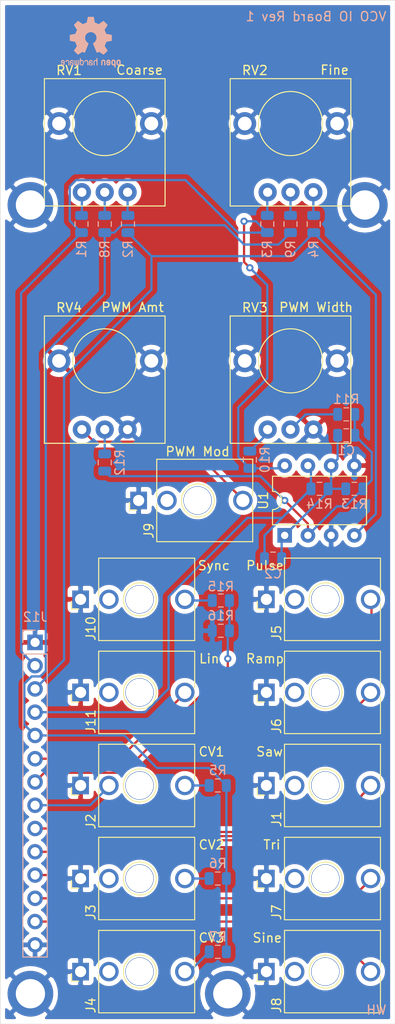
<source format=kicad_pcb>
(kicad_pcb (version 20171130) (host pcbnew "(5.1.4-0-10_14)")
  (layers (0 F.Cu signal) (31 B.Cu signal) (34 B.Paste user) (35 F.Paste user) (36 B.SilkS user) (37 F.SilkS user) (38 B.Mask user) (39 F.Mask user) (44 Edge.Cuts user))
  (net 0 "")
  (net 1 GNDREF)
  (net 2 "Net-(J2-PadT)")
  (net 3 "Net-(J3-PadT)")
  (net 4 "Net-(J4-PadT)")
  (net 5 "Net-(J9-PadT)")
  (net 6 +12V)
  (net 7 -12V)
  (net 8 "Net-(R1-Pad2)")
  (net 9 "Net-(R2-Pad1)")
  (net 10 "Net-(R3-Pad2)")
  (net 11 "Net-(R4-Pad1)")
  (net 12 "Net-(R8-Pad2)")
  (net 13 "Net-(R9-Pad2)")
  (net 14 "Net-(R10-Pad2)")
  (net 15 "Net-(R11-Pad2)")
  (net 16 "Net-(R12-Pad2)")
  (net 17 /Saw)
  (net 18 /REAR_CV)
  (net 19 /Pulse)
  (net 20 /Ramp)
  (net 21 /Tri)
  (net 22 /Sine)
  (net 23 /SYNC)
  (net 24 /LIN)
  (net 25 /PWM)
  (net 26 /CV)
  (net 27 "Net-(C1-Pad1)")
  (net 28 "Net-(C1-Pad2)")
  (net 29 "Net-(J10-PadT)")
  (module Symbol:OSHW-Logo2_7.3x6mm_SilkScreen (layer B.Cu) (at 77.216 52.832 180)
    (fp_text reference REF** hide)
    (fp_text value OSHW-Logo2_7.3x6mm_SilkScreen hide)
  )
  (module Resistor_SMD:R_0805_2012Metric (layer B.Cu) (at 76.2 72.6925 90)
    (fp_text reference R1 (at -2.7455 0 270) (layer B.SilkS) (effects (justify mirror)))
    (fp_text value 200K)
    (pad 2 smd roundrect (at 0.9375 0 90) (size 0.975 1.4) (layers B.Cu B.Paste B.Mask) (net 8 "Net-(R1-Pad2)"))
    (pad 1 smd roundrect (at -0.9375 0 90) (size 0.975 1.4) (layers B.Cu B.Paste B.Mask) (net 6 +12V))
  )
  (module Resistor_SMD:R_0805_2012Metric (layer B.Cu) (at 81.28 72.6925 270)
    (fp_text reference R2 (at 2.7455 0 270) (layer B.SilkS) (effects (justify mirror)))
    (fp_text value 200K)
    (pad 2 smd roundrect (at 0.9375 0 270) (size 0.975 1.4) (layers B.Cu B.Paste B.Mask) (net 7 -12V))
    (pad 1 smd roundrect (at -0.9375 0 270) (size 0.975 1.4) (layers B.Cu B.Paste B.Mask) (net 9 "Net-(R2-Pad1)"))
  )
  (module Resistor_SMD:R_0805_2012Metric (layer B.Cu) (at 96.52 72.6925 90)
    (fp_text reference R3 (at -2.7455 0 270) (layer B.SilkS) (effects (justify mirror)))
    (fp_text value 200K)
    (pad 2 smd roundrect (at 0.9375 0 90) (size 0.975 1.4) (layers B.Cu B.Paste B.Mask) (net 10 "Net-(R3-Pad2)"))
    (pad 1 smd roundrect (at -0.9375 0 90) (size 0.975 1.4) (layers B.Cu B.Paste B.Mask) (net 6 +12V))
  )
  (module Resistor_SMD:R_0805_2012Metric (layer B.Cu) (at 101.6 72.6925 270)
    (fp_text reference R4 (at 2.7455 0 90) (layer B.SilkS) (effects (justify mirror)))
    (fp_text value 200K)
    (pad 2 smd roundrect (at 0.9375 0 270) (size 0.975 1.4) (layers B.Cu B.Paste B.Mask) (net 7 -12V))
    (pad 1 smd roundrect (at -0.9375 0 270) (size 0.975 1.4) (layers B.Cu B.Paste B.Mask) (net 11 "Net-(R4-Pad1)"))
  )
  (module Resistor_SMD:R_0805_2012Metric (layer B.Cu) (at 91.1075 133.985 180)
    (fp_text reference R5 (at 0 1.65) (layer B.SilkS) (effects (justify mirror)))
    (fp_text value 100K)
    (pad 2 smd roundrect (at 0.9375 0 180) (size 0.975 1.4) (layers B.Cu B.Paste B.Mask) (net 2 "Net-(J2-PadT)"))
    (pad 1 smd roundrect (at -0.9375 0 180) (size 0.975 1.4) (layers B.Cu B.Paste B.Mask) (net 26 /CV))
  )
  (module Resistor_SMD:R_0805_2012Metric (layer B.Cu) (at 91.1075 144.145 180)
    (fp_text reference R6 (at 0 1.65) (layer B.SilkS) (effects (justify mirror)))
    (fp_text value 100K)
    (pad 2 smd roundrect (at 0.9375 0 180) (size 0.975 1.4) (layers B.Cu B.Paste B.Mask) (net 3 "Net-(J3-PadT)"))
    (pad 1 smd roundrect (at -0.9375 0 180) (size 0.975 1.4) (layers B.Cu B.Paste B.Mask) (net 26 /CV))
  )
  (module Resistor_SMD:R_0805_2012Metric (layer B.Cu) (at 91.1075 152.146 180)
    (fp_text reference R7 (at 0 1.65) (layer B.SilkS) (effects (justify mirror)))
    (fp_text value 100K)
    (pad 2 smd roundrect (at 0.9375 0 180) (size 0.975 1.4) (layers B.Cu B.Paste B.Mask) (net 4 "Net-(J4-PadT)"))
    (pad 1 smd roundrect (at -0.9375 0 180) (size 0.975 1.4) (layers B.Cu B.Paste B.Mask) (net 26 /CV))
  )
  (module Resistor_SMD:R_0805_2012Metric (layer B.Cu) (at 78.74 72.6925 90)
    (fp_text reference R8 (at -2.7455 0 270) (layer B.SilkS) (effects (justify mirror)))
    (fp_text value 100K)
    (pad 2 smd roundrect (at 0.9375 0 90) (size 0.975 1.4) (layers B.Cu B.Paste B.Mask) (net 12 "Net-(R8-Pad2)"))
    (pad 1 smd roundrect (at -0.9375 0 90) (size 0.975 1.4) (layers B.Cu B.Paste B.Mask) (net 26 /CV))
  )
  (module Resistor_SMD:R_0805_2012Metric (layer B.Cu) (at 99.06 72.6925 90)
    (fp_text reference R9 (at -2.7455 0 270) (layer B.SilkS) (effects (justify mirror)))
    (fp_text value 1M)
    (pad 2 smd roundrect (at 0.9375 0 90) (size 0.975 1.4) (layers B.Cu B.Paste B.Mask) (net 13 "Net-(R9-Pad2)"))
    (pad 1 smd roundrect (at -0.9375 0 90) (size 0.975 1.4) (layers B.Cu B.Paste B.Mask) (net 26 /CV))
  )
  (module Resistor_SMD:R_0805_2012Metric (layer B.Cu) (at 94.615 98.425 90)
    (fp_text reference R10 (at 0 1.65 90) (layer B.SilkS) (effects (justify mirror)))
    (fp_text value 200K)
    (pad 2 smd roundrect (at 0.9375 0 90) (size 0.975 1.4) (layers B.Cu B.Paste B.Mask) (net 14 "Net-(R10-Pad2)"))
    (pad 1 smd roundrect (at -0.9375 0 90) (size 0.975 1.4) (layers B.Cu B.Paste B.Mask) (net 6 +12V))
  )
  (module Resistor_SMD:R_0805_2012Metric (layer B.Cu) (at 105.156 93.472 180)
    (fp_text reference R11 (at 0 1.65) (layer B.SilkS) (effects (justify mirror)))
    (fp_text value 100K)
    (pad 2 smd roundrect (at 0.9375 0 180) (size 0.975 1.4) (layers B.Cu B.Paste B.Mask) (net 15 "Net-(R11-Pad2)"))
    (pad 1 smd roundrect (at -0.9375 0 180) (size 0.975 1.4) (layers B.Cu B.Paste B.Mask) (net 28 "Net-(C1-Pad2)"))
  )
  (module Resistor_SMD:R_0805_2012Metric (layer B.Cu) (at 78.74 98.7275 90)
    (fp_text reference R12 (at 0 1.65 90) (layer B.SilkS) (effects (justify mirror)))
    (fp_text value 100K)
    (pad 2 smd roundrect (at 0.9375 0 90) (size 0.975 1.4) (layers B.Cu B.Paste B.Mask) (net 16 "Net-(R12-Pad2)"))
    (pad 1 smd roundrect (at -0.9375 0 90) (size 0.975 1.4) (layers B.Cu B.Paste B.Mask) (net 28 "Net-(C1-Pad2)"))
  )
  (module Resistor_SMD:R_0805_2012Metric (layer B.Cu) (at 106.045 101.6)
    (fp_text reference R13 (at 0 1.65) (layer B.SilkS) (effects (justify mirror)))
    (fp_text value 100K)
    (pad 2 smd roundrect (at 0.9375 0) (size 0.975 1.4) (layers B.Cu B.Paste B.Mask) (net 28 "Net-(C1-Pad2)"))
    (pad 1 smd roundrect (at -0.9375 0) (size 0.975 1.4) (layers B.Cu B.Paste B.Mask) (net 27 "Net-(C1-Pad1)"))
  )
  (module Resistor_SMD:R_0805_2012Metric (layer B.Cu) (at 102.235 101.6)
    (fp_text reference R14 (at 0 1.65) (layer B.SilkS) (effects (justify mirror)))
    (fp_text value 100K)
    (pad 2 smd roundrect (at 0.9375 0) (size 0.975 1.4) (layers B.Cu B.Paste B.Mask) (net 27 "Net-(C1-Pad1)"))
    (pad 1 smd roundrect (at -0.9375 0) (size 0.975 1.4) (layers B.Cu B.Paste B.Mask) (net 25 /PWM))
  )
  (module Package_DIP:DIP-8_W7.62mm (layer F.Cu) (at 98.425 106.68 90)
    (fp_text reference U1 (at 3.81 -2.33 90) (layer F.SilkS))
    (fp_text value TL072)
    (pad 8 thru_hole oval (at 7.62 0 90) (size 1.6 1.6) (drill 0.8) (layers *.Cu *.Mask) (net 6 +12V))
    (pad 4 thru_hole oval (at 0 7.62 90) (size 1.6 1.6) (drill 0.8) (layers *.Cu *.Mask) (net 7 -12V))
    (pad 7 thru_hole oval (at 7.62 2.54 90) (size 1.6 1.6) (drill 0.8) (layers *.Cu *.Mask) (net 25 /PWM))
    (pad 3 thru_hole oval (at 0 5.08 90) (size 1.6 1.6) (drill 0.8) (layers *.Cu *.Mask) (net 1 GNDREF))
    (pad 6 thru_hole oval (at 7.62 5.08 90) (size 1.6 1.6) (drill 0.8) (layers *.Cu *.Mask) (net 27 "Net-(C1-Pad1)"))
    (pad 2 thru_hole oval (at 0 2.54 90) (size 1.6 1.6) (drill 0.8) (layers *.Cu *.Mask) (net 28 "Net-(C1-Pad2)"))
    (pad 5 thru_hole oval (at 7.62 7.62 90) (size 1.6 1.6) (drill 0.8) (layers *.Cu *.Mask) (net 1 GNDREF))
    (pad 1 thru_hole rect (at 0 0 90) (size 1.6 1.6) (drill 0.8) (layers *.Cu *.Mask) (net 27 "Net-(C1-Pad1)"))
  )
  (module Eurorack:Jack_3.5mm_QingPu_WQP-PJ398SM_Vertical_CircularHoles (layer F.Cu) (at 82.55 133.985 90)
    (fp_text reference J2 (at -3.937 -5.334 270) (layer F.SilkS))
    (fp_text value CV1)
    (pad "" thru_hole circle (at 0 0 90) (size 3.1 3.1) (drill 3) (layers *.Cu *.Mask))
    (pad T thru_hole circle (at 0 4.95 270) (size 2.13 2.13) (drill 1.43) (layers *.Cu *.Mask) (net 2 "Net-(J2-PadT)"))
    (pad S thru_hole rect (at 0 -6.45 270) (size 1.93 1.83) (drill 1.22) (layers *.Cu *.Mask) (net 1 GNDREF))
    (pad TN thru_hole circle (at 0 -3.35 270) (size 2.13 2.13) (drill 1.42) (layers *.Cu *.Mask) (net 18 /REAR_CV))
  )
  (module Eurorack:Jack_3.5mm_QingPu_WQP-PJ398SM_Vertical_CircularHoles (layer F.Cu) (at 82.55 144.145 90)
    (fp_text reference J3 (at -3.683 -5.334 270) (layer F.SilkS))
    (fp_text value CV2)
    (pad "" thru_hole circle (at 0 0 90) (size 3.1 3.1) (drill 3) (layers *.Cu *.Mask))
    (pad T thru_hole circle (at 0 4.95 270) (size 2.13 2.13) (drill 1.43) (layers *.Cu *.Mask) (net 3 "Net-(J3-PadT)"))
    (pad S thru_hole rect (at 0 -6.45 270) (size 1.93 1.83) (drill 1.22) (layers *.Cu *.Mask) (net 1 GNDREF))
    (pad TN thru_hole circle (at 0 -3.35 270) (size 2.13 2.13) (drill 1.42) (layers *.Cu *.Mask))
  )
  (module Eurorack:Jack_3.5mm_QingPu_WQP-PJ398SM_Vertical_CircularHoles (layer F.Cu) (at 82.55 154.305 90)
    (fp_text reference J4 (at -3.683 -5.334 270) (layer F.SilkS))
    (fp_text value CV3)
    (pad "" thru_hole circle (at 0 0 90) (size 3.1 3.1) (drill 3) (layers *.Cu *.Mask))
    (pad T thru_hole circle (at 0 4.95 270) (size 2.13 2.13) (drill 1.43) (layers *.Cu *.Mask) (net 4 "Net-(J4-PadT)"))
    (pad S thru_hole rect (at 0 -6.45 270) (size 1.93 1.83) (drill 1.22) (layers *.Cu *.Mask) (net 1 GNDREF))
    (pad TN thru_hole circle (at 0 -3.35 270) (size 2.13 2.13) (drill 1.42) (layers *.Cu *.Mask))
  )
  (module Eurorack:Jack_3.5mm_QingPu_WQP-PJ398SM_Vertical_CircularHoles (layer F.Cu) (at 102.87 113.665 90)
    (fp_text reference J5 (at -3.683 -5.334 270) (layer F.SilkS))
    (fp_text value Pulse)
    (pad "" thru_hole circle (at 0 0 90) (size 3.1 3.1) (drill 3) (layers *.Cu *.Mask))
    (pad T thru_hole circle (at 0 4.95 270) (size 2.13 2.13) (drill 1.43) (layers *.Cu *.Mask) (net 19 /Pulse))
    (pad S thru_hole rect (at 0 -6.45 270) (size 1.93 1.83) (drill 1.22) (layers *.Cu *.Mask) (net 1 GNDREF))
    (pad TN thru_hole circle (at 0 -3.35 270) (size 2.13 2.13) (drill 1.42) (layers *.Cu *.Mask))
  )
  (module Eurorack:Jack_3.5mm_QingPu_WQP-PJ398SM_Vertical_CircularHoles (layer F.Cu) (at 102.87 123.825 90)
    (fp_text reference J6 (at -3.683 -5.334 270) (layer F.SilkS))
    (fp_text value Ramp)
    (pad "" thru_hole circle (at 0 0 90) (size 3.1 3.1) (drill 3) (layers *.Cu *.Mask))
    (pad T thru_hole circle (at 0 4.95 270) (size 2.13 2.13) (drill 1.43) (layers *.Cu *.Mask) (net 20 /Ramp))
    (pad S thru_hole rect (at 0 -6.45 270) (size 1.93 1.83) (drill 1.22) (layers *.Cu *.Mask) (net 1 GNDREF))
    (pad TN thru_hole circle (at 0 -3.35 270) (size 2.13 2.13) (drill 1.42) (layers *.Cu *.Mask))
  )
  (module Eurorack:Jack_3.5mm_QingPu_WQP-PJ398SM_Vertical_CircularHoles (layer F.Cu) (at 102.87 144.145 90)
    (fp_text reference J7 (at -3.683 -5.334 270) (layer F.SilkS))
    (fp_text value Tri)
    (pad "" thru_hole circle (at 0 0 90) (size 3.1 3.1) (drill 3) (layers *.Cu *.Mask))
    (pad T thru_hole circle (at 0 4.95 270) (size 2.13 2.13) (drill 1.43) (layers *.Cu *.Mask) (net 21 /Tri))
    (pad S thru_hole rect (at 0 -6.45 270) (size 1.93 1.83) (drill 1.22) (layers *.Cu *.Mask) (net 1 GNDREF))
    (pad TN thru_hole circle (at 0 -3.35 270) (size 2.13 2.13) (drill 1.42) (layers *.Cu *.Mask))
  )
  (module Eurorack:Jack_3.5mm_QingPu_WQP-PJ398SM_Vertical_CircularHoles (layer F.Cu) (at 102.87 154.305 90)
    (fp_text reference J8 (at -3.683 -5.334 270) (layer F.SilkS))
    (fp_text value Sine)
    (pad "" thru_hole circle (at 0 0 90) (size 3.1 3.1) (drill 3) (layers *.Cu *.Mask))
    (pad T thru_hole circle (at 0 4.95 270) (size 2.13 2.13) (drill 1.43) (layers *.Cu *.Mask) (net 22 /Sine))
    (pad S thru_hole rect (at 0 -6.45 270) (size 1.93 1.83) (drill 1.22) (layers *.Cu *.Mask) (net 1 GNDREF))
    (pad TN thru_hole circle (at 0 -3.35 270) (size 2.13 2.13) (drill 1.42) (layers *.Cu *.Mask))
  )
  (module Eurorack:Jack_3.5mm_QingPu_WQP-PJ398SM_Vertical_CircularHoles (layer F.Cu) (at 88.9 102.87 90)
    (fp_text reference J9 (at -3.302 -5.334 270) (layer F.SilkS))
    (fp_text value PWM)
    (pad "" thru_hole circle (at 0 0 90) (size 3.1 3.1) (drill 3) (layers *.Cu *.Mask))
    (pad T thru_hole circle (at 0 4.95 270) (size 2.13 2.13) (drill 1.43) (layers *.Cu *.Mask) (net 5 "Net-(J9-PadT)"))
    (pad S thru_hole rect (at 0 -6.45 270) (size 1.93 1.83) (drill 1.22) (layers *.Cu *.Mask) (net 1 GNDREF))
    (pad TN thru_hole circle (at 0 -3.35 270) (size 2.13 2.13) (drill 1.42) (layers *.Cu *.Mask))
  )
  (module Eurorack:Jack_3.5mm_QingPu_WQP-PJ398SM_Vertical_CircularHoles (layer F.Cu) (at 82.55 113.665 90)
    (fp_text reference J10 (at -3.175 -5.334 270) (layer F.SilkS))
    (fp_text value Sync)
    (pad "" thru_hole circle (at 0 0 90) (size 3.1 3.1) (drill 3) (layers *.Cu *.Mask))
    (pad T thru_hole circle (at 0 4.95 270) (size 2.13 2.13) (drill 1.43) (layers *.Cu *.Mask) (net 29 "Net-(J10-PadT)"))
    (pad S thru_hole rect (at 0 -6.45 270) (size 1.93 1.83) (drill 1.22) (layers *.Cu *.Mask) (net 1 GNDREF))
    (pad TN thru_hole circle (at 0 -3.35 270) (size 2.13 2.13) (drill 1.42) (layers *.Cu *.Mask))
  )
  (module Eurorack:Jack_3.5mm_QingPu_WQP-PJ398SM_Vertical_CircularHoles (layer F.Cu) (at 82.55 123.825 90)
    (fp_text reference J11 (at -3.175 -5.334 270) (layer F.SilkS))
    (fp_text value LIN)
    (pad "" thru_hole circle (at 0 0 90) (size 3.1 3.1) (drill 3) (layers *.Cu *.Mask))
    (pad T thru_hole circle (at 0 4.95 270) (size 2.13 2.13) (drill 1.43) (layers *.Cu *.Mask) (net 24 /LIN))
    (pad S thru_hole rect (at 0 -6.45 270) (size 1.93 1.83) (drill 1.22) (layers *.Cu *.Mask) (net 1 GNDREF))
    (pad TN thru_hole circle (at 0 -3.35 270) (size 2.13 2.13) (drill 1.42) (layers *.Cu *.Mask))
  )
  (module Eurorack:TT_P0915N (layer F.Cu) (at 78.74 61.722)
    (fp_text reference RV1 (at -3.9 -5.8) (layer F.SilkS))
    (fp_text value 100K)
    (pad 3 thru_hole circle (at 2.5 7.5) (size 2 2) (drill 1) (layers *.Cu *.Mask) (net 9 "Net-(R2-Pad1)"))
    (pad 1 thru_hole circle (at -2.5 7.5) (size 2 2) (drill 1) (layers *.Cu *.Mask) (net 8 "Net-(R1-Pad2)"))
    (pad 2 thru_hole circle (at 0 7.5) (size 2 2) (drill 1) (layers *.Cu *.Mask) (net 12 "Net-(R8-Pad2)"))
    (pad "" thru_hole circle (at -5 0) (size 2.5 2.5) (drill 1.5) (layers *.Cu *.Mask) (net 1 GNDREF))
    (pad "" thru_hole circle (at 5.1 0) (size 2.5 2.5) (drill 1.5) (layers *.Cu *.Mask) (net 1 GNDREF))
  )
  (module Eurorack:TT_P0915N (layer F.Cu) (at 99.06 61.722)
    (fp_text reference RV2 (at -3.9 -5.8) (layer F.SilkS))
    (fp_text value 100K)
    (pad 3 thru_hole circle (at 2.5 7.5) (size 2 2) (drill 1) (layers *.Cu *.Mask) (net 11 "Net-(R4-Pad1)"))
    (pad 1 thru_hole circle (at -2.5 7.5) (size 2 2) (drill 1) (layers *.Cu *.Mask) (net 10 "Net-(R3-Pad2)"))
    (pad 2 thru_hole circle (at 0 7.5) (size 2 2) (drill 1) (layers *.Cu *.Mask) (net 13 "Net-(R9-Pad2)"))
    (pad "" thru_hole circle (at -5 0) (size 2.5 2.5) (drill 1.5) (layers *.Cu *.Mask) (net 1 GNDREF))
    (pad "" thru_hole circle (at 5.1 0) (size 2.5 2.5) (drill 1.5) (layers *.Cu *.Mask) (net 1 GNDREF))
  )
  (module Eurorack:TT_P0915N (layer F.Cu) (at 99.06 87.63)
    (fp_text reference RV3 (at -3.9 -5.8) (layer F.SilkS))
    (fp_text value 100K)
    (pad 3 thru_hole circle (at 2.5 7.5) (size 2 2) (drill 1) (layers *.Cu *.Mask) (net 1 GNDREF))
    (pad 1 thru_hole circle (at -2.5 7.5) (size 2 2) (drill 1) (layers *.Cu *.Mask) (net 14 "Net-(R10-Pad2)"))
    (pad 2 thru_hole circle (at 0 7.5) (size 2 2) (drill 1) (layers *.Cu *.Mask) (net 15 "Net-(R11-Pad2)"))
    (pad "" thru_hole circle (at -5 0) (size 2.5 2.5) (drill 1.5) (layers *.Cu *.Mask) (net 1 GNDREF))
    (pad "" thru_hole circle (at 5.1 0) (size 2.5 2.5) (drill 1.5) (layers *.Cu *.Mask) (net 1 GNDREF))
  )
  (module Eurorack:TT_P0915N (layer F.Cu) (at 78.74 87.63)
    (fp_text reference RV4 (at -3.9 -5.8) (layer F.SilkS))
    (fp_text value 100K)
    (pad 3 thru_hole circle (at 2.5 7.5) (size 2 2) (drill 1) (layers *.Cu *.Mask) (net 1 GNDREF))
    (pad 1 thru_hole circle (at -2.5 7.5) (size 2 2) (drill 1) (layers *.Cu *.Mask) (net 5 "Net-(J9-PadT)"))
    (pad 2 thru_hole circle (at 0 7.5) (size 2 2) (drill 1) (layers *.Cu *.Mask) (net 16 "Net-(R12-Pad2)"))
    (pad "" thru_hole circle (at -5 0) (size 2.5 2.5) (drill 1.5) (layers *.Cu *.Mask) (net 1 GNDREF))
    (pad "" thru_hole circle (at 5.1 0) (size 2.5 2.5) (drill 1.5) (layers *.Cu *.Mask) (net 1 GNDREF))
  )
  (module Eurorack:Jack_3.5mm_QingPu_WQP-PJ398SM_Vertical_CircularHoles (layer F.Cu) (at 102.87 133.985 90)
    (fp_text reference J1 (at -3.683 -5.334 270) (layer F.SilkS))
    (fp_text value Saw)
    (pad "" thru_hole circle (at 0 0 90) (size 3.1 3.1) (drill 3) (layers *.Cu *.Mask))
    (pad T thru_hole circle (at 0 4.95 270) (size 2.13 2.13) (drill 1.43) (layers *.Cu *.Mask) (net 17 /Saw))
    (pad S thru_hole rect (at 0 -6.45 270) (size 1.93 1.83) (drill 1.22) (layers *.Cu *.Mask) (net 1 GNDREF))
    (pad TN thru_hole circle (at 0 -3.35 270) (size 2.13 2.13) (drill 1.42) (layers *.Cu *.Mask))
  )
  (module Connector_PinSocket_2.54mm:PinSocket_1x14_P2.54mm_Vertical (layer B.Cu) (at 71.12 118.364 180)
    (fp_text reference J12 (at 0 2.77) (layer B.SilkS) (effects (justify mirror)))
    (fp_text value IO)
    (pad 14 thru_hole oval (at 0 -33.02 180) (size 1.7 1.7) (drill 1) (layers *.Cu *.Mask) (net 1 GNDREF))
    (pad 13 thru_hole oval (at 0 -30.48 180) (size 1.7 1.7) (drill 1) (layers *.Cu *.Mask) (net 22 /Sine))
    (pad 12 thru_hole oval (at 0 -27.94 180) (size 1.7 1.7) (drill 1) (layers *.Cu *.Mask) (net 21 /Tri))
    (pad 11 thru_hole oval (at 0 -25.4 180) (size 1.7 1.7) (drill 1) (layers *.Cu *.Mask) (net 17 /Saw))
    (pad 10 thru_hole oval (at 0 -22.86 180) (size 1.7 1.7) (drill 1) (layers *.Cu *.Mask) (net 20 /Ramp))
    (pad 9 thru_hole oval (at 0 -20.32 180) (size 1.7 1.7) (drill 1) (layers *.Cu *.Mask) (net 19 /Pulse))
    (pad 8 thru_hole oval (at 0 -17.78 180) (size 1.7 1.7) (drill 1) (layers *.Cu *.Mask) (net 18 /REAR_CV))
    (pad 7 thru_hole oval (at 0 -15.24 180) (size 1.7 1.7) (drill 1) (layers *.Cu *.Mask) (net 23 /SYNC))
    (pad 6 thru_hole oval (at 0 -12.7 180) (size 1.7 1.7) (drill 1) (layers *.Cu *.Mask) (net 24 /LIN))
    (pad 5 thru_hole oval (at 0 -10.16 180) (size 1.7 1.7) (drill 1) (layers *.Cu *.Mask) (net 26 /CV))
    (pad 4 thru_hole oval (at 0 -7.62 180) (size 1.7 1.7) (drill 1) (layers *.Cu *.Mask) (net 25 /PWM))
    (pad 3 thru_hole oval (at 0 -5.08 180) (size 1.7 1.7) (drill 1) (layers *.Cu *.Mask) (net 7 -12V))
    (pad 2 thru_hole oval (at 0 -2.54 180) (size 1.7 1.7) (drill 1) (layers *.Cu *.Mask) (net 6 +12V))
    (pad 1 thru_hole rect (at 0 0 180) (size 1.7 1.7) (drill 1) (layers *.Cu *.Mask) (net 1 GNDREF))
  )
  (module Eurorack:eurorack_mounting_hole (layer F.Cu) (at 70.612 70.612)
    (fp_text reference H1 hide)
    (fp_text value Top_MH1 hide)
    (pad 1 thru_hole circle (at 0 0) (size 5 5) (drill 3.2) (layers *.Cu *.Mask) (net 1 GNDREF))
  )
  (module Eurorack:eurorack_mounting_hole (layer F.Cu) (at 70.612 156.718)
    (fp_text reference H2 hide)
    (fp_text value Bottom_MH1 hide)
    (pad 1 thru_hole circle (at 0 0) (size 5 5) (drill 3.2) (layers *.Cu *.Mask) (net 1 GNDREF))
  )
  (module Eurorack:eurorack_mounting_hole (layer F.Cu) (at 107.188 70.612)
    (fp_text reference H3 hide)
    (fp_text value Top_MH2 hide)
    (pad 1 thru_hole circle (at 0 0) (size 5 5) (drill 3.2) (layers *.Cu *.Mask) (net 1 GNDREF))
  )
  (module Eurorack:eurorack_mounting_hole (layer F.Cu) (at 92.202 156.718)
    (fp_text reference H4 hide)
    (fp_text value Bottom_MH2 hide)
    (pad 1 thru_hole circle (at 0 0) (size 5 5) (drill 3.2) (layers *.Cu *.Mask) (net 1 GNDREF))
  )
  (module Capacitor_SMD:C_0805_2012Metric (layer B.Cu) (at 105.156 95.758)
    (fp_text reference C1 (at 0 1.65) (layer B.SilkS) (effects (justify mirror)))
    (fp_text value C)
    (pad 1 smd roundrect (at -0.9375 0) (size 0.975 1.4) (layers B.Cu B.Paste B.Mask) (net 27 "Net-(C1-Pad1)"))
    (pad 2 smd roundrect (at 0.9375 0) (size 0.975 1.4) (layers B.Cu B.Paste B.Mask) (net 28 "Net-(C1-Pad2)"))
  )
  (module Capacitor_SMD:C_0805_2012Metric (layer B.Cu) (at 97.155 109.22)
    (fp_text reference C2 (at 0 1.65) (layer B.SilkS) (effects (justify mirror)))
    (fp_text value C)
    (pad 2 smd roundrect (at 0.9375 0) (size 0.975 1.4) (layers B.Cu B.Paste B.Mask) (net 27 "Net-(C1-Pad1)"))
    (pad 1 smd roundrect (at -0.9375 0) (size 0.975 1.4) (layers B.Cu B.Paste B.Mask) (net 25 /PWM))
  )
  (module Resistor_SMD:R_0805_2012Metric (layer B.Cu) (at 91.44 113.792)
    (fp_text reference R15 (at 0 -1.524) (layer B.SilkS) (effects (justify mirror)))
    (fp_text value 30K)
    (pad 1 smd roundrect (at -0.9375 0) (size 0.975 1.4) (layers B.Cu B.Paste B.Mask) (net 29 "Net-(J10-PadT)"))
    (pad 2 smd roundrect (at 0.9375 0) (size 0.975 1.4) (layers B.Cu B.Paste B.Mask) (net 23 /SYNC))
  )
  (module Resistor_SMD:R_0805_2012Metric (layer B.Cu) (at 91.44 117.094 180)
    (fp_text reference R16 (at 0 1.65) (layer B.SilkS) (effects (justify mirror)))
    (fp_text value 10K)
    (pad 2 smd roundrect (at 0.9375 0 180) (size 0.975 1.4) (layers B.Cu B.Paste B.Mask) (net 1 GNDREF))
    (pad 1 smd roundrect (at -0.9375 0 180) (size 0.975 1.4) (layers B.Cu B.Paste B.Mask) (net 23 /SYNC))
  )
  (gr_text Sine (at 96.52 150.622) (layer F.SilkS) (effects (font (size 1 1))))
  (gr_text Tri (at 97.028 140.462) (layer F.SilkS) (effects (font (size 1 1))))
  (gr_text Saw (at 96.774 130.302) (layer F.SilkS) (effects (font (size 1 1))))
  (gr_text Ramp (at 96.266 120.142) (layer F.SilkS) (effects (font (size 1 1))))
  (gr_text Pulse (at 96.266 109.982) (layer F.SilkS) (effects (font (size 1 1))))
  (gr_text CV3 (at 90.424 150.622) (layer F.SilkS) (effects (font (size 1 1))))
  (gr_text CV2 (at 90.424 140.462) (layer F.SilkS) (effects (font (size 1 1))))
  (gr_text CV1 (at 90.424 130.302) (layer F.SilkS) (effects (font (size 1 1))))
  (gr_text Lin (at 90.17 120.142) (layer F.SilkS) (effects (font (size 1 1))))
  (gr_text Sync (at 90.678 109.982) (layer F.SilkS) (effects (font (size 1 1))))
  (gr_text "PWM Mod" (at 88.9 97.536) (layer F.SilkS) (effects (font (size 1 1))))
  (gr_text "PWM Width" (at 101.854 81.788) (layer F.SilkS) (effects (font (size 1 1))))
  (gr_text "PWM Amt" (at 81.788 81.788) (layer F.SilkS) (effects (font (size 1 1))))
  (gr_text Fine (at 103.886 55.88) (layer F.SilkS) (effects (font (size 1 1))))
  (gr_text Coarse (at 82.55 55.88) (layer F.SilkS) (effects (font (size 1 1))))
  (gr_text WH (at 108.458 158.496) (layer B.SilkS) (effects (font (size 1 1)) (justify mirror)))
  (gr_text "VCO IO Board Rev 1" (at 101.854 50.038) (layer B.SilkS) (effects (font (size 1 1)) (justify mirror)))
  (gr_line (start 67.31 160.02) (end 67.31 48.26) (layer Edge.Cuts) (width 0.05))
  (gr_line (start 110.49 160.02) (end 67.31 160.02) (layer Edge.Cuts) (width 0.05))
  (gr_line (start 110.49 48.26) (end 110.49 160.02) (layer Edge.Cuts) (width 0.05))
  (gr_line (start 67.31 48.26) (end 110.49 48.26) (layer Edge.Cuts) (width 0.05))
  (segment (start 87.6 133.985) (end 90.17 133.985) (width 0.25) (layer B.Cu) (net 2))
  (segment (start 87.6 144.145) (end 90.17 144.145) (width 0.25) (layer B.Cu) (net 3))
  (segment (start 88.011 154.305) (end 87.6 154.305) (width 0.25) (layer B.Cu) (net 4))
  (segment (start 90.17 152.146) (end 88.011 154.305) (width 0.25) (layer B.Cu) (net 4))
  (segment (start 92.885001 101.805001) (end 93.95 102.87) (width 0.25) (layer F.Cu) (net 5))
  (segment (start 87.535001 96.455001) (end 92.885001 101.805001) (width 0.25) (layer F.Cu) (net 5))
  (segment (start 77.565001 96.455001) (end 87.535001 96.455001) (width 0.25) (layer F.Cu) (net 5))
  (segment (start 76.24 95.13) (end 77.565001 96.455001) (width 0.25) (layer F.Cu) (net 5))
  (segment (start 98.1225 99.3625) (end 98.425 99.06) (width 0.25) (layer B.Cu) (net 6))
  (segment (start 94.615 99.3625) (end 98.1225 99.3625) (width 0.25) (layer B.Cu) (net 6))
  (segment (start 93.345 98.0925) (end 93.345 92.71) (width 0.25) (layer B.Cu) (net 6))
  (segment (start 94.615 99.3625) (end 93.345 98.0925) (width 0.25) (layer B.Cu) (net 6))
  (segment (start 93.345 92.71) (end 96.52 89.535) (width 0.25) (layer B.Cu) (net 6))
  (segment (start 96.52 89.535) (end 96.52 87.758998) (width 0.25) (layer B.Cu) (net 6))
  (segment (start 93.345 73.66) (end 93.375 73.63) (width 0.25) (layer B.Cu) (net 6))
  (segment (start 76.2 73.63) (end 74.914999 72.344999) (width 0.25) (layer B.Cu) (net 6))
  (segment (start 87.581999 67.896999) (end 93.345 73.66) (width 0.25) (layer B.Cu) (net 6))
  (segment (start 74.914999 68.585999) (end 75.603999 67.896999) (width 0.25) (layer B.Cu) (net 6))
  (segment (start 93.375 73.63) (end 96.52 73.63) (width 0.25) (layer B.Cu) (net 6))
  (segment (start 74.914999 72.344999) (end 74.914999 68.585999) (width 0.25) (layer B.Cu) (net 6))
  (segment (start 75.603999 67.896999) (end 87.581999 67.896999) (width 0.25) (layer B.Cu) (net 6))
  (via (at 94.615 77.47) (size 0.8) (drill 0.4) (layers F.Cu B.Cu) (net 6))
  (segment (start 96.52 79.375) (end 94.615 77.47) (width 0.25) (layer B.Cu) (net 6))
  (segment (start 96.52 87.758998) (end 96.52 79.375) (width 0.25) (layer B.Cu) (net 6))
  (via (at 93.98 72.39) (size 0.8) (drill 0.4) (layers F.Cu B.Cu) (net 6))
  (segment (start 93.98 76.835) (end 93.98 72.39) (width 0.25) (layer F.Cu) (net 6))
  (segment (start 94.615 77.47) (end 93.98 76.835) (width 0.25) (layer F.Cu) (net 6))
  (segment (start 95.28 72.39) (end 96.52 73.63) (width 0.25) (layer B.Cu) (net 6))
  (segment (start 93.98 72.39) (end 95.28 72.39) (width 0.25) (layer B.Cu) (net 6))
  (segment (start 76.2 73.63) (end 69.85 79.98) (width 0.25) (layer B.Cu) (net 6))
  (segment (start 69.596 119.38) (end 69.596 80.234) (width 0.25) (layer B.Cu) (net 6))
  (segment (start 69.596 80.234) (end 69.85 79.98) (width 0.25) (layer B.Cu) (net 6))
  (segment (start 71.12 120.904) (end 69.596 119.38) (width 0.25) (layer B.Cu) (net 6))
  (segment (start 106.844999 105.880001) (end 106.045 106.68) (width 0.25) (layer B.Cu) (net 7))
  (segment (start 108.40001 80.43001) (end 108.40001 104.32499) (width 0.25) (layer B.Cu) (net 7))
  (segment (start 108.40001 104.32499) (end 106.844999 105.880001) (width 0.25) (layer B.Cu) (net 7))
  (segment (start 101.6 73.63) (end 108.40001 80.43001) (width 0.25) (layer B.Cu) (net 7))
  (segment (start 82.09251 74.44251) (end 81.28 73.63) (width 0.25) (layer B.Cu) (net 7))
  (segment (start 83.85 76.2) (end 82.09251 74.44251) (width 0.25) (layer B.Cu) (net 7))
  (segment (start 99.06 76.2) (end 83.85 76.2) (width 0.25) (layer B.Cu) (net 7))
  (segment (start 100.78749 74.47251) (end 99.06 76.2) (width 0.25) (layer B.Cu) (net 7))
  (segment (start 100.78749 74.44251) (end 100.78749 74.47251) (width 0.25) (layer B.Cu) (net 7))
  (segment (start 101.6 73.63) (end 100.78749 74.44251) (width 0.25) (layer B.Cu) (net 7))
  (segment (start 83.85 79.851002) (end 83.85 76.2) (width 0.25) (layer B.Cu) (net 7))
  (segment (start 74.295 89.406002) (end 83.85 79.851002) (width 0.25) (layer B.Cu) (net 7))
  (segment (start 74.295 120.269) (end 74.295 89.406002) (width 0.25) (layer B.Cu) (net 7))
  (segment (start 71.12 123.444) (end 74.295 120.269) (width 0.25) (layer B.Cu) (net 7))
  (segment (start 76.24 71.715) (end 76.2 71.755) (width 0.25) (layer B.Cu) (net 8))
  (segment (start 76.24 69.222) (end 76.24 71.715) (width 0.25) (layer B.Cu) (net 8))
  (segment (start 81.24 71.715) (end 81.28 71.755) (width 0.25) (layer B.Cu) (net 9))
  (segment (start 81.24 69.222) (end 81.24 71.715) (width 0.25) (layer B.Cu) (net 9))
  (segment (start 96.52 69.262) (end 96.56 69.222) (width 0.25) (layer B.Cu) (net 10))
  (segment (start 96.52 71.755) (end 96.52 69.262) (width 0.25) (layer B.Cu) (net 10))
  (segment (start 101.56 71.715) (end 101.6 71.755) (width 0.25) (layer B.Cu) (net 11))
  (segment (start 101.56 69.222) (end 101.56 71.715) (width 0.25) (layer B.Cu) (net 11))
  (segment (start 78.74 69.222) (end 78.74 71.755) (width 0.25) (layer B.Cu) (net 12))
  (segment (start 99.06 71.755) (end 99.06 69.222) (width 0.25) (layer B.Cu) (net 13))
  (segment (start 96.56 95.5425) (end 96.56 95.13) (width 0.25) (layer B.Cu) (net 14))
  (segment (start 94.615 97.4875) (end 96.56 95.5425) (width 0.25) (layer B.Cu) (net 14))
  (segment (start 100.718 93.472) (end 99.06 95.13) (width 0.25) (layer B.Cu) (net 15))
  (segment (start 104.2185 93.472) (end 100.718 93.472) (width 0.25) (layer B.Cu) (net 15))
  (segment (start 78.74 97.79) (end 78.74 95.13) (width 0.25) (layer B.Cu) (net 16))
  (segment (start 106.855001 135.049999) (end 107.92 133.985) (width 0.25) (layer F.Cu) (net 17))
  (segment (start 101.972802 139.965018) (end 106.855001 135.082819) (width 0.25) (layer F.Cu) (net 17))
  (segment (start 76.571392 139.965018) (end 101.972802 139.965018) (width 0.25) (layer F.Cu) (net 17))
  (segment (start 106.855001 135.082819) (end 106.855001 135.049999) (width 0.25) (layer F.Cu) (net 17))
  (segment (start 72.77241 143.764) (end 76.571392 139.965018) (width 0.25) (layer F.Cu) (net 17))
  (segment (start 71.12 143.764) (end 72.77241 143.764) (width 0.25) (layer F.Cu) (net 17))
  (segment (start 79.3 133.985) (end 78.009999 135.275001) (width 0.25) (layer B.Cu) (net 18))
  (segment (start 77.141 136.144) (end 78.009999 135.275001) (width 0.25) (layer B.Cu) (net 18))
  (segment (start 71.12 136.144) (end 77.141 136.144) (width 0.25) (layer B.Cu) (net 18))
  (segment (start 105.41 120.092202) (end 105.41 135.255) (width 0.25) (layer F.Cu) (net 19))
  (segment (start 107.92 117.582202) (end 105.41 120.092202) (width 0.25) (layer F.Cu) (net 19))
  (segment (start 101.6 139.065) (end 74.295 139.065) (width 0.25) (layer F.Cu) (net 19))
  (segment (start 105.41 135.255) (end 101.6 139.065) (width 0.25) (layer F.Cu) (net 19))
  (segment (start 107.92 113.665) (end 107.92 117.582202) (width 0.25) (layer F.Cu) (net 19))
  (segment (start 73.914 138.684) (end 74.295 139.065) (width 0.25) (layer F.Cu) (net 19))
  (segment (start 71.12 138.684) (end 73.914 138.684) (width 0.25) (layer F.Cu) (net 19))
  (segment (start 101.786401 139.515009) (end 106.045 135.25641) (width 0.25) (layer F.Cu) (net 20))
  (segment (start 76.38499 139.51501) (end 101.786401 139.515009) (width 0.25) (layer F.Cu) (net 20))
  (segment (start 106.045 125.7) (end 107.92 123.825) (width 0.25) (layer F.Cu) (net 20))
  (segment (start 106.045 135.25641) (end 106.045 125.7) (width 0.25) (layer F.Cu) (net 20))
  (segment (start 74.676 141.224) (end 76.38499 139.51501) (width 0.25) (layer F.Cu) (net 20))
  (segment (start 71.12 141.224) (end 74.676 141.224) (width 0.25) (layer F.Cu) (net 20))
  (segment (start 106.855001 145.209999) (end 107.92 144.145) (width 0.25) (layer F.Cu) (net 21))
  (segment (start 105.761 146.304) (end 106.855001 145.209999) (width 0.25) (layer F.Cu) (net 21))
  (segment (start 71.12 146.304) (end 105.761 146.304) (width 0.25) (layer F.Cu) (net 21))
  (segment (start 106.855001 153.240001) (end 107.92 154.305) (width 0.25) (layer F.Cu) (net 22))
  (segment (start 102.459 148.844) (end 106.855001 153.240001) (width 0.25) (layer F.Cu) (net 22))
  (segment (start 71.12 148.844) (end 102.459 148.844) (width 0.25) (layer F.Cu) (net 22))
  (via (at 92.202 120.142) (size 0.8) (drill 0.4) (layers F.Cu B.Cu) (net 23))
  (segment (start 92.202 117.2695) (end 92.3775 117.094) (width 0.25) (layer B.Cu) (net 23))
  (segment (start 92.202 120.142) (end 92.202 117.2695) (width 0.25) (layer B.Cu) (net 23))
  (segment (start 92.3775 117.094) (end 92.3775 113.792) (width 0.25) (layer B.Cu) (net 23))
  (segment (start 80.787203 132.594999) (end 92.202 121.180202) (width 0.25) (layer F.Cu) (net 23))
  (segment (start 92.202 121.180202) (end 92.202 120.142) (width 0.25) (layer F.Cu) (net 23))
  (segment (start 72.129001 132.594999) (end 80.787203 132.594999) (width 0.25) (layer F.Cu) (net 23))
  (segment (start 71.12 133.604) (end 72.129001 132.594999) (width 0.25) (layer F.Cu) (net 23))
  (segment (start 87.6 123.825) (end 84.455 126.97) (width 0.25) (layer F.Cu) (net 24))
  (segment (start 80.361 131.064) (end 84.455 126.97) (width 0.25) (layer F.Cu) (net 24))
  (segment (start 71.12 131.064) (end 80.361 131.064) (width 0.25) (layer F.Cu) (net 24))
  (segment (start 101.2975 99.3925) (end 100.965 99.06) (width 0.25) (layer B.Cu) (net 25))
  (segment (start 101.2975 101.6) (end 101.2975 99.3925) (width 0.25) (layer B.Cu) (net 25))
  (segment (start 94.332798 104.775) (end 85.725 113.382798) (width 0.25) (layer B.Cu) (net 25))
  (segment (start 98.1225 104.775) (end 94.332798 104.775) (width 0.25) (layer B.Cu) (net 25))
  (segment (start 101.2975 101.6) (end 98.1225 104.775) (width 0.25) (layer B.Cu) (net 25))
  (segment (start 96.2175 106.68) (end 98.1225 104.775) (width 0.25) (layer B.Cu) (net 25))
  (segment (start 96.2175 109.22) (end 96.2175 106.68) (width 0.25) (layer B.Cu) (net 25))
  (segment (start 85.725 123.425002) (end 85.725 113.382798) (width 0.25) (layer B.Cu) (net 25))
  (segment (start 83.166002 125.984) (end 85.725 123.425002) (width 0.25) (layer B.Cu) (net 25))
  (segment (start 71.12 125.984) (end 83.166002 125.984) (width 0.25) (layer B.Cu) (net 25))
  (segment (start 92.045 144.145) (end 92.045 133.985) (width 0.25) (layer B.Cu) (net 26))
  (segment (start 98.503763 74.186237) (end 99.06 73.63) (width 0.25) (layer B.Cu) (net 26))
  (segment (start 97.76 74.93) (end 98.503763 74.186237) (width 0.25) (layer B.Cu) (net 26))
  (segment (start 91.86608 72.81749) (end 93.97859 74.93) (width 0.25) (layer B.Cu) (net 26))
  (segment (start 93.97859 74.93) (end 97.76 74.93) (width 0.25) (layer B.Cu) (net 26))
  (segment (start 80.58816 72.81749) (end 91.86608 72.81749) (width 0.25) (layer B.Cu) (net 26))
  (segment (start 79.77565 73.63) (end 80.58816 72.81749) (width 0.25) (layer B.Cu) (net 26))
  (segment (start 78.74 73.63) (end 79.77565 73.63) (width 0.25) (layer B.Cu) (net 26))
  (segment (start 78.74 80.298998) (end 72.164999 86.873999) (width 0.25) (layer B.Cu) (net 26))
  (segment (start 78.74 73.63) (end 78.74 80.298998) (width 0.25) (layer B.Cu) (net 26))
  (segment (start 92.045 152.146) (end 92.045 144.145) (width 0.25) (layer B.Cu) (net 26))
  (segment (start 90.14 132.08) (end 92.045 133.985) (width 0.25) (layer B.Cu) (net 26))
  (segment (start 84.455 132.08) (end 90.14 132.08) (width 0.25) (layer B.Cu) (net 26))
  (segment (start 80.899 128.524) (end 84.455 132.08) (width 0.25) (layer B.Cu) (net 26))
  (segment (start 71.12 128.524) (end 80.899 128.524) (width 0.25) (layer B.Cu) (net 26))
  (segment (start 72.295001 121.468001) (end 72.295001 88.516003) (width 0.25) (layer B.Cu) (net 26))
  (segment (start 72.295001 88.516003) (end 72.164999 88.386001) (width 0.25) (layer B.Cu) (net 26))
  (segment (start 70.745997 122.079001) (end 71.684001 122.079001) (width 0.25) (layer B.Cu) (net 26))
  (segment (start 72.164999 88.386001) (end 72.164999 86.873999) (width 0.25) (layer B.Cu) (net 26))
  (segment (start 71.684001 122.079001) (end 72.295001 121.468001) (width 0.25) (layer B.Cu) (net 26))
  (segment (start 69.944999 122.879999) (end 70.745997 122.079001) (width 0.25) (layer B.Cu) (net 26))
  (segment (start 69.944999 127.348999) (end 69.944999 122.879999) (width 0.25) (layer B.Cu) (net 26))
  (segment (start 71.12 128.524) (end 69.944999 127.348999) (width 0.25) (layer B.Cu) (net 26))
  (segment (start 103.505 101.6) (end 98.425 106.68) (width 0.25) (layer B.Cu) (net 27))
  (segment (start 103.505 99.06) (end 103.505 101.6) (width 0.25) (layer B.Cu) (net 27))
  (segment (start 105.1075 101.6) (end 103.1725 101.6) (width 0.25) (layer B.Cu) (net 27))
  (segment (start 98.0925 107.0125) (end 98.425 106.68) (width 0.25) (layer B.Cu) (net 27))
  (segment (start 98.0925 109.22) (end 98.0925 107.0125) (width 0.25) (layer B.Cu) (net 27))
  (segment (start 104.2185 98.3465) (end 103.505 99.06) (width 0.25) (layer B.Cu) (net 27))
  (segment (start 104.2185 95.758) (end 104.2185 98.3465) (width 0.25) (layer B.Cu) (net 27))
  (segment (start 106.9825 101.6) (end 105.0775 103.505) (width 0.25) (layer B.Cu) (net 28))
  (segment (start 104.14 103.505) (end 100.965 106.68) (width 0.25) (layer B.Cu) (net 28))
  (segment (start 105.0775 103.505) (end 104.14 103.505) (width 0.25) (layer B.Cu) (net 28))
  (segment (start 95.776237 100.221237) (end 98.425 102.87) (width 0.25) (layer B.Cu) (net 28))
  (via (at 98.425 102.87) (size 0.8) (drill 0.4) (layers F.Cu B.Cu) (net 28))
  (segment (start 79.296237 100.221237) (end 95.776237 100.221237) (width 0.25) (layer B.Cu) (net 28))
  (segment (start 78.74 99.665) (end 79.296237 100.221237) (width 0.25) (layer B.Cu) (net 28))
  (segment (start 100.965 105.41) (end 100.965 106.68) (width 0.25) (layer F.Cu) (net 28))
  (segment (start 98.425 102.87) (end 100.965 105.41) (width 0.25) (layer F.Cu) (net 28))
  (segment (start 107.95 97.6145) (end 106.0935 95.758) (width 0.25) (layer B.Cu) (net 28))
  (segment (start 107.95 100.6325) (end 107.95 97.6145) (width 0.25) (layer B.Cu) (net 28))
  (segment (start 106.9825 101.6) (end 107.95 100.6325) (width 0.25) (layer B.Cu) (net 28))
  (segment (start 106.0935 95.758) (end 106.0935 93.472) (width 0.25) (layer B.Cu) (net 28))
  (segment (start 87.627 113.792) (end 87.5 113.665) (width 0.25) (layer B.Cu) (net 29))
  (segment (start 90.5025 113.792) (end 87.627 113.792) (width 0.25) (layer B.Cu) (net 29))
  (zone (net 1) (net_name GNDREF) (layer F.Cu) (connect_pads (clearance 0.508)) (min_thickness 0.254) (fill yes (arc_segments 32) (thermal_gap 0.508) (thermal_bridge_width 0.508))
    (polygon (pts (xy 67.31 48.26) (xy 110.49 48.26) (xy 110.49 160.02) (xy 67.31 160.02) (xy 67.945 159.385) (xy 67.31 160.02)))
  )
  (zone (net 1) (net_name GNDREF) (layer B.Cu) (connect_pads (clearance 0.508)) (min_thickness 0.254) (fill yes (arc_segments 32) (thermal_gap 0.508) (thermal_bridge_width 0.508))
    (polygon (pts (xy 67.31 48.26) (xy 110.49 48.26) (xy 110.49 160.02) (xy 67.31 160.02)))
  )
)
</source>
